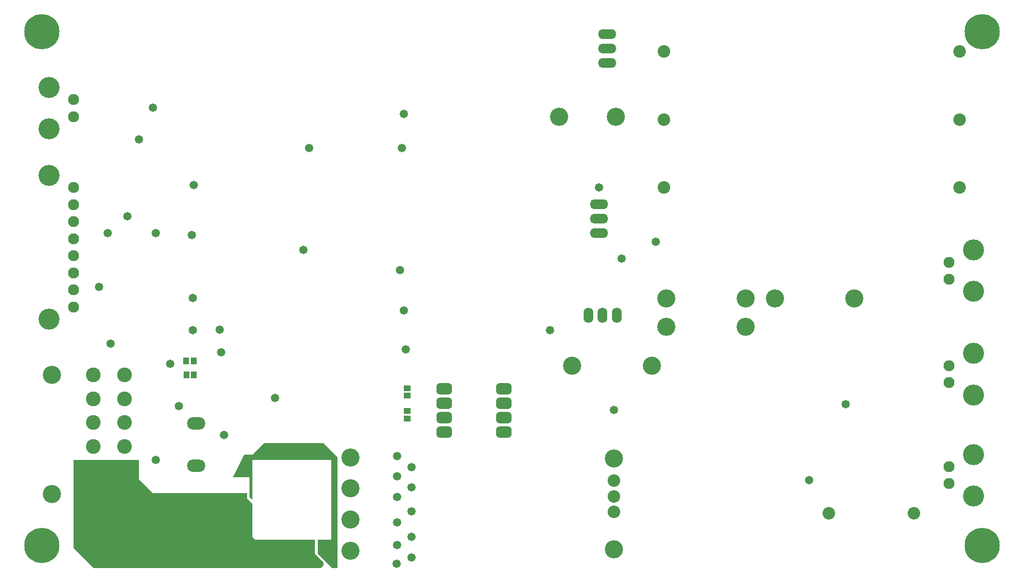
<source format=gbs>
G04*
G04 #@! TF.GenerationSoftware,Altium Limited,Altium Designer,18.1.9 (240)*
G04*
G04 Layer_Color=16711935*
%FSLAX44Y44*%
%MOMM*%
G71*
G01*
G75*
%ADD36R,1.1532X1.0532*%
%ADD38R,1.0532X1.1532*%
G04:AMPARAMS|DCode=40|XSize=2.7232mm|YSize=1.9532mm|CornerRadius=0.5391mm|HoleSize=0mm|Usage=FLASHONLY|Rotation=180.000|XOffset=0mm|YOffset=0mm|HoleType=Round|Shape=RoundedRectangle|*
%AMROUNDEDRECTD40*
21,1,2.7232,0.8750,0,0,180.0*
21,1,1.6450,1.9532,0,0,180.0*
1,1,1.0782,-0.8225,0.4375*
1,1,1.0782,0.8225,0.4375*
1,1,1.0782,0.8225,-0.4375*
1,1,1.0782,-0.8225,-0.4375*
%
%ADD40ROUNDEDRECTD40*%
%ADD48C,2.2032*%
%ADD49C,3.2032*%
%ADD50C,1.9532*%
%ADD51C,3.7032*%
%ADD52C,2.6032*%
%ADD53O,1.7032X2.7032*%
%ADD54O,3.2032X1.7032*%
%ADD55O,3.2032X2.2032*%
%ADD56C,1.4732*%
%ADD57C,6.2032*%
%ADD72R,1.1032X1.2032*%
G36*
X570000Y205000D02*
Y10000D01*
X560000D01*
X535000Y35000D01*
Y60000D01*
X558970D01*
X558970Y200000D01*
X420000D01*
X420000Y131659D01*
X418827Y131173D01*
X415000Y135000D01*
Y170000D01*
X386958Y170000D01*
X386290Y171080D01*
X405750Y210000D01*
X420000Y210000D01*
X440000Y230000D01*
X545000D01*
X570000Y205000D01*
D02*
G37*
G36*
X220000Y166654D02*
X244389Y142265D01*
X410675D01*
X410902Y132735D01*
X420000Y123003D01*
X420000Y65000D01*
X425000Y60000D01*
X530000Y60000D01*
X530000Y35000D01*
X535000Y30000D01*
X545000Y20000D01*
Y15000D01*
X540000Y10000D01*
X140000D01*
X105000Y45000D01*
Y90000D01*
Y200000D01*
X220000D01*
Y166654D01*
D02*
G37*
D36*
X692235Y313500D02*
D03*
Y326500D02*
D03*
X692235Y273500D02*
D03*
Y286500D02*
D03*
D38*
X303500Y350000D02*
D03*
X316500D02*
D03*
D40*
X757400Y249400D02*
D03*
Y274800D02*
D03*
Y300200D02*
D03*
Y325600D02*
D03*
X862600D02*
D03*
Y300200D02*
D03*
Y274800D02*
D03*
Y249400D02*
D03*
D48*
X1435000Y106500D02*
D03*
X1585000D02*
D03*
X1145000Y920000D02*
D03*
X1665000D02*
D03*
Y800000D02*
D03*
X1145000D02*
D03*
Y680000D02*
D03*
X1665000D02*
D03*
X1056300Y163800D02*
D03*
Y136300D02*
D03*
Y108700D02*
D03*
D49*
X1123300Y366500D02*
D03*
X983300D02*
D03*
X1288560Y435000D02*
D03*
X1148560D02*
D03*
X1480000Y485000D02*
D03*
X1340000D02*
D03*
X1148560D02*
D03*
X1288560D02*
D03*
X592500Y205000D02*
D03*
Y150000D02*
D03*
Y95000D02*
D03*
Y40000D02*
D03*
X1056300Y202500D02*
D03*
Y42500D02*
D03*
X960000Y805000D02*
D03*
X1060000D02*
D03*
X67000Y350000D02*
D03*
Y140000D02*
D03*
D50*
X105000Y805000D02*
D03*
Y835000D02*
D03*
Y680000D02*
D03*
Y650000D02*
D03*
Y620000D02*
D03*
Y590000D02*
D03*
Y560000D02*
D03*
Y530000D02*
D03*
Y500000D02*
D03*
Y470000D02*
D03*
X1646800Y548730D02*
D03*
Y518730D02*
D03*
Y366500D02*
D03*
Y336500D02*
D03*
Y188500D02*
D03*
Y158500D02*
D03*
D51*
X61800Y856500D02*
D03*
Y783500D02*
D03*
Y448500D02*
D03*
Y701500D02*
D03*
X1690000Y497230D02*
D03*
Y570230D02*
D03*
Y315000D02*
D03*
Y388000D02*
D03*
Y137000D02*
D03*
Y210000D02*
D03*
D52*
X195000Y266000D02*
D03*
Y224000D02*
D03*
Y182000D02*
D03*
Y140000D02*
D03*
Y308000D02*
D03*
X140000D02*
D03*
Y266000D02*
D03*
Y224000D02*
D03*
Y182000D02*
D03*
Y140000D02*
D03*
Y350000D02*
D03*
X195000D02*
D03*
D53*
X1036500Y455000D02*
D03*
X1011500D02*
D03*
X1061500D02*
D03*
D54*
X1030000Y650400D02*
D03*
Y625000D02*
D03*
Y599600D02*
D03*
X1045000Y899600D02*
D03*
Y925000D02*
D03*
Y950400D02*
D03*
D55*
X321270Y265000D02*
D03*
Y190000D02*
D03*
D56*
X315026Y485651D02*
D03*
X170000Y405000D02*
D03*
X150000Y505000D02*
D03*
X214951Y52463D02*
D03*
X253681D02*
D03*
Y27537D02*
D03*
X214951D02*
D03*
X253681Y110000D02*
D03*
X291181D02*
D03*
X330020D02*
D03*
X401181D02*
D03*
X367500D02*
D03*
Y80000D02*
D03*
X401181D02*
D03*
X330020D02*
D03*
X214951D02*
D03*
X291181D02*
D03*
X253681D02*
D03*
X440000Y27537D02*
D03*
X477500D02*
D03*
X401270D02*
D03*
X291270D02*
D03*
X367500D02*
D03*
X330000D02*
D03*
Y52463D02*
D03*
X367500D02*
D03*
X291270D02*
D03*
X401270D02*
D03*
X477500Y47979D02*
D03*
X440000Y52463D02*
D03*
X1400000Y165101D02*
D03*
X275000Y369540D02*
D03*
X683325Y750000D02*
D03*
X312997Y596500D02*
D03*
X316730Y685000D02*
D03*
X510000Y570230D02*
D03*
X520000Y750000D02*
D03*
X686500Y810000D02*
D03*
X250000Y200000D02*
D03*
X460000Y310000D02*
D03*
X370000Y244204D02*
D03*
X690000Y395000D02*
D03*
X680000Y534530D02*
D03*
X686500Y463300D02*
D03*
X362586Y430000D02*
D03*
X365000Y390011D02*
D03*
X700000Y187977D02*
D03*
Y152185D02*
D03*
Y110000D02*
D03*
Y65000D02*
D03*
Y28695D02*
D03*
X673500Y17088D02*
D03*
X675000Y50094D02*
D03*
Y90000D02*
D03*
Y135000D02*
D03*
Y171600D02*
D03*
Y207185D02*
D03*
X250000Y600000D02*
D03*
X165000Y599600D02*
D03*
X290000Y295000D02*
D03*
X220000Y765000D02*
D03*
X315026Y429346D02*
D03*
X200000Y630000D02*
D03*
X245000Y821000D02*
D03*
X1465000Y298930D02*
D03*
X944400Y428930D02*
D03*
X1056640Y288750D02*
D03*
X1070000Y555000D02*
D03*
X1130440Y585000D02*
D03*
X1030000Y680000D02*
D03*
D57*
X1705000Y50000D02*
D03*
Y955000D02*
D03*
X49375D02*
D03*
Y50000D02*
D03*
D72*
X316750Y375000D02*
D03*
X303250D02*
D03*
M02*

</source>
